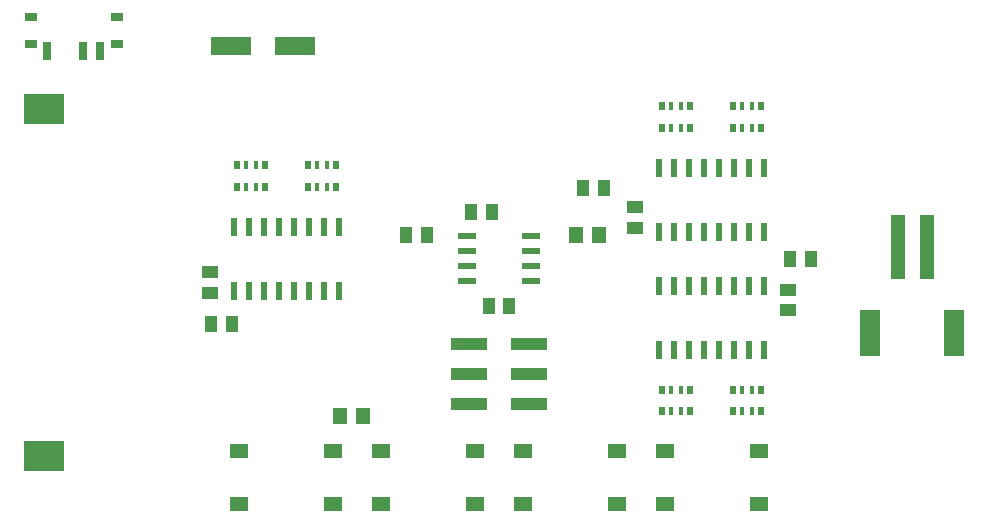
<source format=gbr>
G04 #@! TF.GenerationSoftware,KiCad,Pcbnew,(5.0.0-rc2-dev-482-gf81c77cd4)*
G04 #@! TF.CreationDate,2018-05-10T20:02:33+02:00*
G04 #@! TF.ProjectId,score_board,73636F72655F626F6172642E6B696361,1*
G04 #@! TF.SameCoordinates,Original*
G04 #@! TF.FileFunction,Paste,Bot*
G04 #@! TF.FilePolarity,Positive*
%FSLAX46Y46*%
G04 Gerber Fmt 4.6, Leading zero omitted, Abs format (unit mm)*
G04 Created by KiCad (PCBNEW (5.0.0-rc2-dev-482-gf81c77cd4)) date Thu May 10 20:02:33 2018*
%MOMM*%
%LPD*%
G01*
G04 APERTURE LIST*
%ADD10R,3.500000X1.600000*%
%ADD11R,3.150000X1.000000*%
%ADD12R,1.400000X1.120000*%
%ADD13R,1.120000X1.400000*%
%ADD14R,0.700000X1.500000*%
%ADD15R,1.000000X0.800000*%
%ADD16R,1.550000X1.300000*%
%ADD17R,1.300000X5.500000*%
%ADD18R,1.800000X3.900000*%
%ADD19R,0.500000X0.800000*%
%ADD20R,0.400000X0.800000*%
%ADD21R,0.600000X1.500000*%
%ADD22R,1.295000X1.400000*%
%ADD23R,1.550000X0.600000*%
%ADD24R,3.510000X2.540000*%
G04 APERTURE END LIST*
D10*
X87300000Y-107000000D03*
X92700000Y-107000000D03*
D11*
X112525000Y-132240000D03*
X107475000Y-132240000D03*
X112525000Y-134780000D03*
X107475000Y-134780000D03*
X112525000Y-137320000D03*
X107475000Y-137320000D03*
D12*
X134500000Y-127620000D03*
X134500000Y-129380000D03*
D13*
X136380000Y-125000000D03*
X134620000Y-125000000D03*
X118880000Y-119000000D03*
X117120000Y-119000000D03*
X102120000Y-123000000D03*
X103880000Y-123000000D03*
X109120000Y-129000000D03*
X110880000Y-129000000D03*
D12*
X121500000Y-120620000D03*
X121500000Y-122380000D03*
X85500000Y-127880000D03*
X85500000Y-126120000D03*
D13*
X85620000Y-130500000D03*
X87380000Y-130500000D03*
D14*
X71750000Y-107430000D03*
X74750000Y-107430000D03*
X76250000Y-107430000D03*
D15*
X70350000Y-104570000D03*
X77650000Y-104570000D03*
X77650000Y-106780000D03*
X70350000Y-106780000D03*
D16*
X124020000Y-145750000D03*
X124020000Y-141250000D03*
X131980000Y-141250000D03*
X131980000Y-145750000D03*
X107980000Y-145750000D03*
X107980000Y-141250000D03*
X100020000Y-141250000D03*
X100020000Y-145750000D03*
X112020000Y-145750000D03*
X112020000Y-141250000D03*
X119980000Y-141250000D03*
X119980000Y-145750000D03*
X95980000Y-145750000D03*
X95980000Y-141250000D03*
X88020000Y-141250000D03*
X88020000Y-145750000D03*
D17*
X143750000Y-124000000D03*
X146250000Y-124000000D03*
D18*
X141450000Y-131300000D03*
X148550000Y-131300000D03*
D19*
X126200000Y-137900000D03*
D20*
X125400000Y-137900000D03*
D19*
X123800000Y-137900000D03*
D20*
X124600000Y-137900000D03*
D19*
X126200000Y-136100000D03*
D20*
X124600000Y-136100000D03*
X125400000Y-136100000D03*
D19*
X123800000Y-136100000D03*
X126200000Y-113900000D03*
D20*
X124600000Y-113900000D03*
X125400000Y-113900000D03*
D19*
X123800000Y-113900000D03*
D20*
X125400000Y-112100000D03*
D19*
X126200000Y-112100000D03*
D20*
X124600000Y-112100000D03*
D19*
X123800000Y-112100000D03*
X129800000Y-112100000D03*
D20*
X130600000Y-112100000D03*
D19*
X132200000Y-112100000D03*
D20*
X131400000Y-112100000D03*
D19*
X129800000Y-113900000D03*
D20*
X131400000Y-113900000D03*
X130600000Y-113900000D03*
D19*
X132200000Y-113900000D03*
X90200000Y-118900000D03*
D20*
X88600000Y-118900000D03*
X89400000Y-118900000D03*
D19*
X87800000Y-118900000D03*
D20*
X89400000Y-117100000D03*
D19*
X90200000Y-117100000D03*
D20*
X88600000Y-117100000D03*
D19*
X87800000Y-117100000D03*
X93800000Y-117100000D03*
D20*
X94600000Y-117100000D03*
D19*
X96200000Y-117100000D03*
D20*
X95400000Y-117100000D03*
D19*
X93800000Y-118900000D03*
D20*
X95400000Y-118900000D03*
X94600000Y-118900000D03*
D19*
X96200000Y-118900000D03*
X129800000Y-136100000D03*
D20*
X131400000Y-136100000D03*
X130600000Y-136100000D03*
D19*
X132200000Y-136100000D03*
D20*
X130600000Y-137900000D03*
D19*
X129800000Y-137900000D03*
D20*
X131400000Y-137900000D03*
D19*
X132200000Y-137900000D03*
D21*
X87555000Y-127700000D03*
X88825000Y-127700000D03*
X90095000Y-127700000D03*
X91365000Y-127700000D03*
X92635000Y-127700000D03*
X93905000Y-127700000D03*
X95175000Y-127700000D03*
X96445000Y-127700000D03*
X96445000Y-122300000D03*
X95175000Y-122300000D03*
X93905000Y-122300000D03*
X92635000Y-122300000D03*
X91365000Y-122300000D03*
X90095000Y-122300000D03*
X88825000Y-122300000D03*
X87555000Y-122300000D03*
X123555000Y-117300000D03*
X124825000Y-117300000D03*
X126095000Y-117300000D03*
X127365000Y-117300000D03*
X128635000Y-117300000D03*
X129905000Y-117300000D03*
X131175000Y-117300000D03*
X132445000Y-117300000D03*
X132445000Y-122700000D03*
X131175000Y-122700000D03*
X129905000Y-122700000D03*
X128635000Y-122700000D03*
X127365000Y-122700000D03*
X126095000Y-122700000D03*
X124825000Y-122700000D03*
X123555000Y-122700000D03*
D22*
X118467500Y-123000000D03*
X116532500Y-123000000D03*
X98497500Y-138320000D03*
X96562500Y-138320000D03*
D13*
X109380000Y-121000000D03*
X107620000Y-121000000D03*
D21*
X132445000Y-132700000D03*
X131175000Y-132700000D03*
X129905000Y-132700000D03*
X128635000Y-132700000D03*
X127365000Y-132700000D03*
X126095000Y-132700000D03*
X124825000Y-132700000D03*
X123555000Y-132700000D03*
X123555000Y-127300000D03*
X124825000Y-127300000D03*
X126095000Y-127300000D03*
X127365000Y-127300000D03*
X128635000Y-127300000D03*
X129905000Y-127300000D03*
X131175000Y-127300000D03*
X132445000Y-127300000D03*
D23*
X112700000Y-123095000D03*
X112700000Y-124365000D03*
X112700000Y-125635000D03*
X112700000Y-126905000D03*
X107300000Y-126905000D03*
X107300000Y-125635000D03*
X107300000Y-124365000D03*
X107300000Y-123095000D03*
D24*
X71500000Y-112320000D03*
X71500000Y-141680000D03*
M02*

</source>
